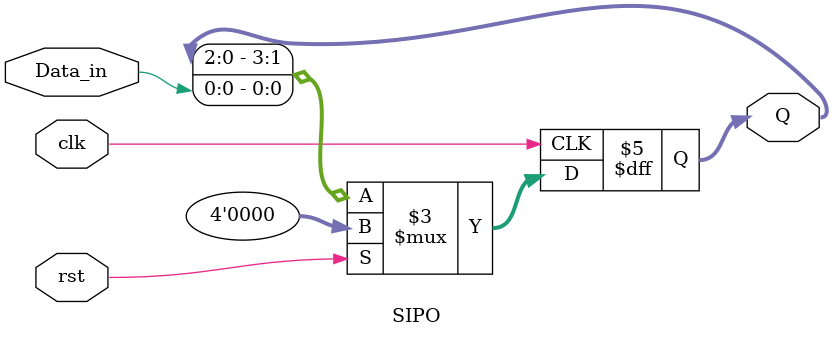
<source format=v>
module SIPO(input Data_in,clk,rst,output reg [3:0] Q );
  always @(posedge clk)begin
    if(rst)begin
      Q<=4'b0000;
    end                // here LSB is  Q[0] and MSB is Q[3]
    else 
      Q<={Q[2:0],Data_in};
  end
endmodule

</source>
